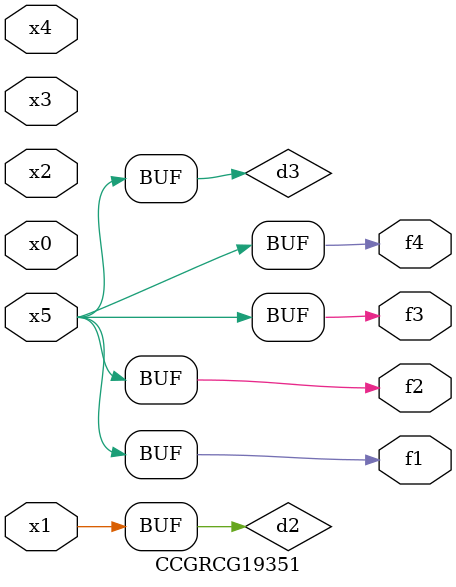
<source format=v>
module CCGRCG19351(
	input x0, x1, x2, x3, x4, x5,
	output f1, f2, f3, f4
);

	wire d1, d2, d3;

	not (d1, x5);
	or (d2, x1);
	xnor (d3, d1);
	assign f1 = d3;
	assign f2 = d3;
	assign f3 = d3;
	assign f4 = d3;
endmodule

</source>
